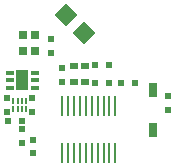
<source format=gbp>
G04*
G04 #@! TF.GenerationSoftware,Altium Limited,Altium Designer,20.0.13 (296)*
G04*
G04 Layer_Color=128*
%FSLAX25Y25*%
%MOIN*%
G70*
G01*
G75*
%ADD20R,0.02165X0.02165*%
%ADD25R,0.02165X0.02165*%
%ADD50R,0.02559X0.01378*%
%ADD51R,0.04331X0.06693*%
%ADD52R,0.02756X0.02953*%
%ADD53R,0.00591X0.01968*%
%ADD54R,0.00984X0.07087*%
%ADD55P,0.07795X4X90.0*%
%ADD56R,0.02953X0.04724*%
%ADD57R,0.02559X0.02362*%
D20*
X33200Y38000D02*
D03*
X37800D02*
D03*
X37800Y32000D02*
D03*
X33200D02*
D03*
X41700D02*
D03*
X46300D02*
D03*
X8800Y19500D02*
D03*
X4200D02*
D03*
D25*
X22200Y32545D02*
D03*
Y37145D02*
D03*
X57500Y27800D02*
D03*
Y23200D02*
D03*
X18500Y42200D02*
D03*
Y46800D02*
D03*
X12000Y27000D02*
D03*
Y22400D02*
D03*
X3890Y27124D02*
D03*
Y22524D02*
D03*
X12350Y13212D02*
D03*
Y8612D02*
D03*
X8600Y12200D02*
D03*
Y16800D02*
D03*
D50*
X4732Y30441D02*
D03*
Y33000D02*
D03*
Y35559D02*
D03*
X13000D02*
D03*
Y33000D02*
D03*
Y30441D02*
D03*
D51*
X8866Y33000D02*
D03*
D52*
X12968Y48158D02*
D03*
Y42843D02*
D03*
X9031D02*
D03*
Y48158D02*
D03*
D53*
X10000Y23244D02*
D03*
X8622D02*
D03*
X7244D02*
D03*
X5866D02*
D03*
Y26000D02*
D03*
X7244D02*
D03*
X8622D02*
D03*
X10000D02*
D03*
D54*
X22142Y24374D02*
D03*
Y8626D02*
D03*
X24110Y24374D02*
D03*
Y8626D02*
D03*
X26079Y24374D02*
D03*
Y8626D02*
D03*
X28047Y24374D02*
D03*
Y8626D02*
D03*
X30016Y24374D02*
D03*
Y8626D02*
D03*
X31984Y24374D02*
D03*
Y8626D02*
D03*
X33953Y24374D02*
D03*
Y8626D02*
D03*
X35921Y24374D02*
D03*
Y8626D02*
D03*
X37890Y24374D02*
D03*
Y8626D02*
D03*
X39858Y24374D02*
D03*
Y8626D02*
D03*
D55*
X29562Y48608D02*
D03*
X23438Y54733D02*
D03*
D56*
X52500Y29693D02*
D03*
Y16307D02*
D03*
D57*
X26228Y32244D02*
D03*
X29772D02*
D03*
Y37756D02*
D03*
X26228D02*
D03*
M02*

</source>
